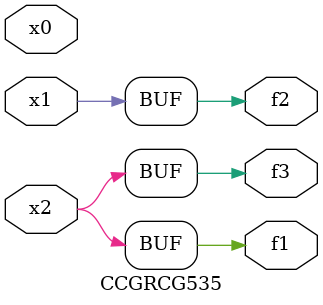
<source format=v>
module CCGRCG535(
	input x0, x1, x2,
	output f1, f2, f3
);
	assign f1 = x2;
	assign f2 = x1;
	assign f3 = x2;
endmodule

</source>
